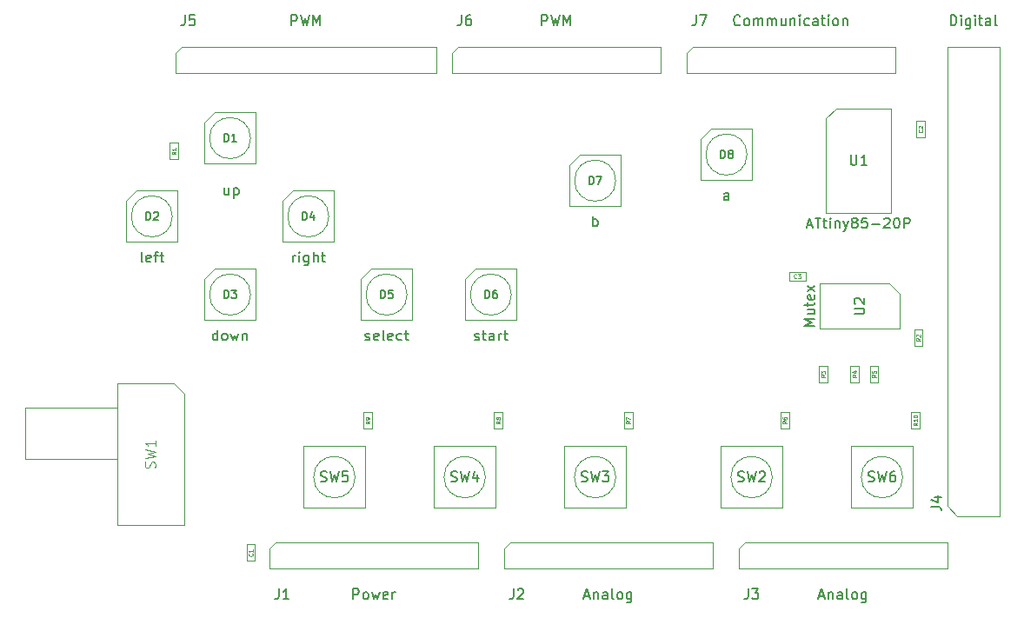
<source format=gbr>
%TF.GenerationSoftware,KiCad,Pcbnew,(6.0.7)*%
%TF.CreationDate,2022-10-30T16:08:44-04:00*%
%TF.ProjectId,dmgc-attiny-arduino-mega,646d6763-2d61-4747-9469-6e792d617264,rev?*%
%TF.SameCoordinates,Original*%
%TF.FileFunction,AssemblyDrawing,Top*%
%FSLAX46Y46*%
G04 Gerber Fmt 4.6, Leading zero omitted, Abs format (unit mm)*
G04 Created by KiCad (PCBNEW (6.0.7)) date 2022-10-30 16:08:44*
%MOMM*%
%LPD*%
G01*
G04 APERTURE LIST*
%ADD10C,0.150000*%
%ADD11C,0.060000*%
%ADD12C,0.100000*%
G04 APERTURE END LIST*
D10*
%TO.C,J4*%
X193059523Y-45842380D02*
X193059523Y-44842380D01*
X193297619Y-44842380D01*
X193440476Y-44890000D01*
X193535714Y-44985238D01*
X193583333Y-45080476D01*
X193630952Y-45270952D01*
X193630952Y-45413809D01*
X193583333Y-45604285D01*
X193535714Y-45699523D01*
X193440476Y-45794761D01*
X193297619Y-45842380D01*
X193059523Y-45842380D01*
X194059523Y-45842380D02*
X194059523Y-45175714D01*
X194059523Y-44842380D02*
X194011904Y-44890000D01*
X194059523Y-44937619D01*
X194107142Y-44890000D01*
X194059523Y-44842380D01*
X194059523Y-44937619D01*
X194964285Y-45175714D02*
X194964285Y-45985238D01*
X194916666Y-46080476D01*
X194869047Y-46128095D01*
X194773809Y-46175714D01*
X194630952Y-46175714D01*
X194535714Y-46128095D01*
X194964285Y-45794761D02*
X194869047Y-45842380D01*
X194678571Y-45842380D01*
X194583333Y-45794761D01*
X194535714Y-45747142D01*
X194488095Y-45651904D01*
X194488095Y-45366190D01*
X194535714Y-45270952D01*
X194583333Y-45223333D01*
X194678571Y-45175714D01*
X194869047Y-45175714D01*
X194964285Y-45223333D01*
X195440476Y-45842380D02*
X195440476Y-45175714D01*
X195440476Y-44842380D02*
X195392857Y-44890000D01*
X195440476Y-44937619D01*
X195488095Y-44890000D01*
X195440476Y-44842380D01*
X195440476Y-44937619D01*
X195773809Y-45175714D02*
X196154761Y-45175714D01*
X195916666Y-44842380D02*
X195916666Y-45699523D01*
X195964285Y-45794761D01*
X196059523Y-45842380D01*
X196154761Y-45842380D01*
X196916666Y-45842380D02*
X196916666Y-45318571D01*
X196869047Y-45223333D01*
X196773809Y-45175714D01*
X196583333Y-45175714D01*
X196488095Y-45223333D01*
X196916666Y-45794761D02*
X196821428Y-45842380D01*
X196583333Y-45842380D01*
X196488095Y-45794761D01*
X196440476Y-45699523D01*
X196440476Y-45604285D01*
X196488095Y-45509047D01*
X196583333Y-45461428D01*
X196821428Y-45461428D01*
X196916666Y-45413809D01*
X197535714Y-45842380D02*
X197440476Y-45794761D01*
X197392857Y-45699523D01*
X197392857Y-44842380D01*
X191146380Y-92713333D02*
X191860666Y-92713333D01*
X192003523Y-92760952D01*
X192098761Y-92856190D01*
X192146380Y-92999047D01*
X192146380Y-93094285D01*
X191479714Y-91808571D02*
X192146380Y-91808571D01*
X191098761Y-92046666D02*
X191813047Y-92284761D01*
X191813047Y-91665714D01*
%TO.C,J1*%
X134853809Y-101722380D02*
X134853809Y-100722380D01*
X135234761Y-100722380D01*
X135330000Y-100770000D01*
X135377619Y-100817619D01*
X135425238Y-100912857D01*
X135425238Y-101055714D01*
X135377619Y-101150952D01*
X135330000Y-101198571D01*
X135234761Y-101246190D01*
X134853809Y-101246190D01*
X135996666Y-101722380D02*
X135901428Y-101674761D01*
X135853809Y-101627142D01*
X135806190Y-101531904D01*
X135806190Y-101246190D01*
X135853809Y-101150952D01*
X135901428Y-101103333D01*
X135996666Y-101055714D01*
X136139523Y-101055714D01*
X136234761Y-101103333D01*
X136282380Y-101150952D01*
X136330000Y-101246190D01*
X136330000Y-101531904D01*
X136282380Y-101627142D01*
X136234761Y-101674761D01*
X136139523Y-101722380D01*
X135996666Y-101722380D01*
X136663333Y-101055714D02*
X136853809Y-101722380D01*
X137044285Y-101246190D01*
X137234761Y-101722380D01*
X137425238Y-101055714D01*
X138187142Y-101674761D02*
X138091904Y-101722380D01*
X137901428Y-101722380D01*
X137806190Y-101674761D01*
X137758571Y-101579523D01*
X137758571Y-101198571D01*
X137806190Y-101103333D01*
X137901428Y-101055714D01*
X138091904Y-101055714D01*
X138187142Y-101103333D01*
X138234761Y-101198571D01*
X138234761Y-101293809D01*
X137758571Y-101389047D01*
X138663333Y-101722380D02*
X138663333Y-101055714D01*
X138663333Y-101246190D02*
X138710952Y-101150952D01*
X138758571Y-101103333D01*
X138853809Y-101055714D01*
X138949047Y-101055714D01*
X127606666Y-100722380D02*
X127606666Y-101436666D01*
X127559047Y-101579523D01*
X127463809Y-101674761D01*
X127320952Y-101722380D01*
X127225714Y-101722380D01*
X128606666Y-101722380D02*
X128035238Y-101722380D01*
X128320952Y-101722380D02*
X128320952Y-100722380D01*
X128225714Y-100865238D01*
X128130476Y-100960476D01*
X128035238Y-101008095D01*
%TO.C,J2*%
X157380476Y-101436666D02*
X157856666Y-101436666D01*
X157285238Y-101722380D02*
X157618571Y-100722380D01*
X157951904Y-101722380D01*
X158285238Y-101055714D02*
X158285238Y-101722380D01*
X158285238Y-101150952D02*
X158332857Y-101103333D01*
X158428095Y-101055714D01*
X158570952Y-101055714D01*
X158666190Y-101103333D01*
X158713809Y-101198571D01*
X158713809Y-101722380D01*
X159618571Y-101722380D02*
X159618571Y-101198571D01*
X159570952Y-101103333D01*
X159475714Y-101055714D01*
X159285238Y-101055714D01*
X159190000Y-101103333D01*
X159618571Y-101674761D02*
X159523333Y-101722380D01*
X159285238Y-101722380D01*
X159190000Y-101674761D01*
X159142380Y-101579523D01*
X159142380Y-101484285D01*
X159190000Y-101389047D01*
X159285238Y-101341428D01*
X159523333Y-101341428D01*
X159618571Y-101293809D01*
X160237619Y-101722380D02*
X160142380Y-101674761D01*
X160094761Y-101579523D01*
X160094761Y-100722380D01*
X160761428Y-101722380D02*
X160666190Y-101674761D01*
X160618571Y-101627142D01*
X160570952Y-101531904D01*
X160570952Y-101246190D01*
X160618571Y-101150952D01*
X160666190Y-101103333D01*
X160761428Y-101055714D01*
X160904285Y-101055714D01*
X160999523Y-101103333D01*
X161047142Y-101150952D01*
X161094761Y-101246190D01*
X161094761Y-101531904D01*
X161047142Y-101627142D01*
X160999523Y-101674761D01*
X160904285Y-101722380D01*
X160761428Y-101722380D01*
X161951904Y-101055714D02*
X161951904Y-101865238D01*
X161904285Y-101960476D01*
X161856666Y-102008095D01*
X161761428Y-102055714D01*
X161618571Y-102055714D01*
X161523333Y-102008095D01*
X161951904Y-101674761D02*
X161856666Y-101722380D01*
X161666190Y-101722380D01*
X161570952Y-101674761D01*
X161523333Y-101627142D01*
X161475714Y-101531904D01*
X161475714Y-101246190D01*
X161523333Y-101150952D01*
X161570952Y-101103333D01*
X161666190Y-101055714D01*
X161856666Y-101055714D01*
X161951904Y-101103333D01*
X150466666Y-100722380D02*
X150466666Y-101436666D01*
X150419047Y-101579523D01*
X150323809Y-101674761D01*
X150180952Y-101722380D01*
X150085714Y-101722380D01*
X150895238Y-100817619D02*
X150942857Y-100770000D01*
X151038095Y-100722380D01*
X151276190Y-100722380D01*
X151371428Y-100770000D01*
X151419047Y-100817619D01*
X151466666Y-100912857D01*
X151466666Y-101008095D01*
X151419047Y-101150952D01*
X150847619Y-101722380D01*
X151466666Y-101722380D01*
%TO.C,J3*%
X180240476Y-101436666D02*
X180716666Y-101436666D01*
X180145238Y-101722380D02*
X180478571Y-100722380D01*
X180811904Y-101722380D01*
X181145238Y-101055714D02*
X181145238Y-101722380D01*
X181145238Y-101150952D02*
X181192857Y-101103333D01*
X181288095Y-101055714D01*
X181430952Y-101055714D01*
X181526190Y-101103333D01*
X181573809Y-101198571D01*
X181573809Y-101722380D01*
X182478571Y-101722380D02*
X182478571Y-101198571D01*
X182430952Y-101103333D01*
X182335714Y-101055714D01*
X182145238Y-101055714D01*
X182050000Y-101103333D01*
X182478571Y-101674761D02*
X182383333Y-101722380D01*
X182145238Y-101722380D01*
X182050000Y-101674761D01*
X182002380Y-101579523D01*
X182002380Y-101484285D01*
X182050000Y-101389047D01*
X182145238Y-101341428D01*
X182383333Y-101341428D01*
X182478571Y-101293809D01*
X183097619Y-101722380D02*
X183002380Y-101674761D01*
X182954761Y-101579523D01*
X182954761Y-100722380D01*
X183621428Y-101722380D02*
X183526190Y-101674761D01*
X183478571Y-101627142D01*
X183430952Y-101531904D01*
X183430952Y-101246190D01*
X183478571Y-101150952D01*
X183526190Y-101103333D01*
X183621428Y-101055714D01*
X183764285Y-101055714D01*
X183859523Y-101103333D01*
X183907142Y-101150952D01*
X183954761Y-101246190D01*
X183954761Y-101531904D01*
X183907142Y-101627142D01*
X183859523Y-101674761D01*
X183764285Y-101722380D01*
X183621428Y-101722380D01*
X184811904Y-101055714D02*
X184811904Y-101865238D01*
X184764285Y-101960476D01*
X184716666Y-102008095D01*
X184621428Y-102055714D01*
X184478571Y-102055714D01*
X184383333Y-102008095D01*
X184811904Y-101674761D02*
X184716666Y-101722380D01*
X184526190Y-101722380D01*
X184430952Y-101674761D01*
X184383333Y-101627142D01*
X184335714Y-101531904D01*
X184335714Y-101246190D01*
X184383333Y-101150952D01*
X184430952Y-101103333D01*
X184526190Y-101055714D01*
X184716666Y-101055714D01*
X184811904Y-101103333D01*
X173326666Y-100722380D02*
X173326666Y-101436666D01*
X173279047Y-101579523D01*
X173183809Y-101674761D01*
X173040952Y-101722380D01*
X172945714Y-101722380D01*
X173707619Y-100722380D02*
X174326666Y-100722380D01*
X173993333Y-101103333D01*
X174136190Y-101103333D01*
X174231428Y-101150952D01*
X174279047Y-101198571D01*
X174326666Y-101293809D01*
X174326666Y-101531904D01*
X174279047Y-101627142D01*
X174231428Y-101674761D01*
X174136190Y-101722380D01*
X173850476Y-101722380D01*
X173755238Y-101674761D01*
X173707619Y-101627142D01*
%TO.C,J5*%
X128821238Y-45842380D02*
X128821238Y-44842380D01*
X129202190Y-44842380D01*
X129297428Y-44890000D01*
X129345047Y-44937619D01*
X129392666Y-45032857D01*
X129392666Y-45175714D01*
X129345047Y-45270952D01*
X129297428Y-45318571D01*
X129202190Y-45366190D01*
X128821238Y-45366190D01*
X129726000Y-44842380D02*
X129964095Y-45842380D01*
X130154571Y-45128095D01*
X130345047Y-45842380D01*
X130583142Y-44842380D01*
X130964095Y-45842380D02*
X130964095Y-44842380D01*
X131297428Y-45556666D01*
X131630761Y-44842380D01*
X131630761Y-45842380D01*
X118462666Y-44842380D02*
X118462666Y-45556666D01*
X118415047Y-45699523D01*
X118319809Y-45794761D01*
X118176952Y-45842380D01*
X118081714Y-45842380D01*
X119415047Y-44842380D02*
X118938857Y-44842380D01*
X118891238Y-45318571D01*
X118938857Y-45270952D01*
X119034095Y-45223333D01*
X119272190Y-45223333D01*
X119367428Y-45270952D01*
X119415047Y-45318571D01*
X119462666Y-45413809D01*
X119462666Y-45651904D01*
X119415047Y-45747142D01*
X119367428Y-45794761D01*
X119272190Y-45842380D01*
X119034095Y-45842380D01*
X118938857Y-45794761D01*
X118891238Y-45747142D01*
%TO.C,J6*%
X153205238Y-45842380D02*
X153205238Y-44842380D01*
X153586190Y-44842380D01*
X153681428Y-44890000D01*
X153729047Y-44937619D01*
X153776666Y-45032857D01*
X153776666Y-45175714D01*
X153729047Y-45270952D01*
X153681428Y-45318571D01*
X153586190Y-45366190D01*
X153205238Y-45366190D01*
X154110000Y-44842380D02*
X154348095Y-45842380D01*
X154538571Y-45128095D01*
X154729047Y-45842380D01*
X154967142Y-44842380D01*
X155348095Y-45842380D02*
X155348095Y-44842380D01*
X155681428Y-45556666D01*
X156014761Y-44842380D01*
X156014761Y-45842380D01*
X145386666Y-44842380D02*
X145386666Y-45556666D01*
X145339047Y-45699523D01*
X145243809Y-45794761D01*
X145100952Y-45842380D01*
X145005714Y-45842380D01*
X146291428Y-44842380D02*
X146100952Y-44842380D01*
X146005714Y-44890000D01*
X145958095Y-44937619D01*
X145862857Y-45080476D01*
X145815238Y-45270952D01*
X145815238Y-45651904D01*
X145862857Y-45747142D01*
X145910476Y-45794761D01*
X146005714Y-45842380D01*
X146196190Y-45842380D01*
X146291428Y-45794761D01*
X146339047Y-45747142D01*
X146386666Y-45651904D01*
X146386666Y-45413809D01*
X146339047Y-45318571D01*
X146291428Y-45270952D01*
X146196190Y-45223333D01*
X146005714Y-45223333D01*
X145910476Y-45270952D01*
X145862857Y-45318571D01*
X145815238Y-45413809D01*
%TO.C,J7*%
X172541428Y-45747142D02*
X172493809Y-45794761D01*
X172350952Y-45842380D01*
X172255714Y-45842380D01*
X172112857Y-45794761D01*
X172017619Y-45699523D01*
X171970000Y-45604285D01*
X171922380Y-45413809D01*
X171922380Y-45270952D01*
X171970000Y-45080476D01*
X172017619Y-44985238D01*
X172112857Y-44890000D01*
X172255714Y-44842380D01*
X172350952Y-44842380D01*
X172493809Y-44890000D01*
X172541428Y-44937619D01*
X173112857Y-45842380D02*
X173017619Y-45794761D01*
X172970000Y-45747142D01*
X172922380Y-45651904D01*
X172922380Y-45366190D01*
X172970000Y-45270952D01*
X173017619Y-45223333D01*
X173112857Y-45175714D01*
X173255714Y-45175714D01*
X173350952Y-45223333D01*
X173398571Y-45270952D01*
X173446190Y-45366190D01*
X173446190Y-45651904D01*
X173398571Y-45747142D01*
X173350952Y-45794761D01*
X173255714Y-45842380D01*
X173112857Y-45842380D01*
X173874761Y-45842380D02*
X173874761Y-45175714D01*
X173874761Y-45270952D02*
X173922380Y-45223333D01*
X174017619Y-45175714D01*
X174160476Y-45175714D01*
X174255714Y-45223333D01*
X174303333Y-45318571D01*
X174303333Y-45842380D01*
X174303333Y-45318571D02*
X174350952Y-45223333D01*
X174446190Y-45175714D01*
X174589047Y-45175714D01*
X174684285Y-45223333D01*
X174731904Y-45318571D01*
X174731904Y-45842380D01*
X175208095Y-45842380D02*
X175208095Y-45175714D01*
X175208095Y-45270952D02*
X175255714Y-45223333D01*
X175350952Y-45175714D01*
X175493809Y-45175714D01*
X175589047Y-45223333D01*
X175636666Y-45318571D01*
X175636666Y-45842380D01*
X175636666Y-45318571D02*
X175684285Y-45223333D01*
X175779523Y-45175714D01*
X175922380Y-45175714D01*
X176017619Y-45223333D01*
X176065238Y-45318571D01*
X176065238Y-45842380D01*
X176970000Y-45175714D02*
X176970000Y-45842380D01*
X176541428Y-45175714D02*
X176541428Y-45699523D01*
X176589047Y-45794761D01*
X176684285Y-45842380D01*
X176827142Y-45842380D01*
X176922380Y-45794761D01*
X176970000Y-45747142D01*
X177446190Y-45175714D02*
X177446190Y-45842380D01*
X177446190Y-45270952D02*
X177493809Y-45223333D01*
X177589047Y-45175714D01*
X177731904Y-45175714D01*
X177827142Y-45223333D01*
X177874761Y-45318571D01*
X177874761Y-45842380D01*
X178350952Y-45842380D02*
X178350952Y-45175714D01*
X178350952Y-44842380D02*
X178303333Y-44890000D01*
X178350952Y-44937619D01*
X178398571Y-44890000D01*
X178350952Y-44842380D01*
X178350952Y-44937619D01*
X179255714Y-45794761D02*
X179160476Y-45842380D01*
X178970000Y-45842380D01*
X178874761Y-45794761D01*
X178827142Y-45747142D01*
X178779523Y-45651904D01*
X178779523Y-45366190D01*
X178827142Y-45270952D01*
X178874761Y-45223333D01*
X178970000Y-45175714D01*
X179160476Y-45175714D01*
X179255714Y-45223333D01*
X180112857Y-45842380D02*
X180112857Y-45318571D01*
X180065238Y-45223333D01*
X179970000Y-45175714D01*
X179779523Y-45175714D01*
X179684285Y-45223333D01*
X180112857Y-45794761D02*
X180017619Y-45842380D01*
X179779523Y-45842380D01*
X179684285Y-45794761D01*
X179636666Y-45699523D01*
X179636666Y-45604285D01*
X179684285Y-45509047D01*
X179779523Y-45461428D01*
X180017619Y-45461428D01*
X180112857Y-45413809D01*
X180446190Y-45175714D02*
X180827142Y-45175714D01*
X180589047Y-44842380D02*
X180589047Y-45699523D01*
X180636666Y-45794761D01*
X180731904Y-45842380D01*
X180827142Y-45842380D01*
X181160476Y-45842380D02*
X181160476Y-45175714D01*
X181160476Y-44842380D02*
X181112857Y-44890000D01*
X181160476Y-44937619D01*
X181208095Y-44890000D01*
X181160476Y-44842380D01*
X181160476Y-44937619D01*
X181779523Y-45842380D02*
X181684285Y-45794761D01*
X181636666Y-45747142D01*
X181589047Y-45651904D01*
X181589047Y-45366190D01*
X181636666Y-45270952D01*
X181684285Y-45223333D01*
X181779523Y-45175714D01*
X181922380Y-45175714D01*
X182017619Y-45223333D01*
X182065238Y-45270952D01*
X182112857Y-45366190D01*
X182112857Y-45651904D01*
X182065238Y-45747142D01*
X182017619Y-45794761D01*
X181922380Y-45842380D01*
X181779523Y-45842380D01*
X182541428Y-45175714D02*
X182541428Y-45842380D01*
X182541428Y-45270952D02*
X182589047Y-45223333D01*
X182684285Y-45175714D01*
X182827142Y-45175714D01*
X182922380Y-45223333D01*
X182970000Y-45318571D01*
X182970000Y-45842380D01*
X168246666Y-44842380D02*
X168246666Y-45556666D01*
X168199047Y-45699523D01*
X168103809Y-45794761D01*
X167960952Y-45842380D01*
X167865714Y-45842380D01*
X168627619Y-44842380D02*
X169294285Y-44842380D01*
X168865714Y-45842380D01*
D11*
%TO.C,R10*%
X189798944Y-84565483D02*
X189608468Y-84698817D01*
X189798944Y-84794055D02*
X189398944Y-84794055D01*
X189398944Y-84641674D01*
X189417992Y-84603579D01*
X189437039Y-84584531D01*
X189475134Y-84565483D01*
X189532277Y-84565483D01*
X189570372Y-84584531D01*
X189589420Y-84603579D01*
X189608468Y-84641674D01*
X189608468Y-84794055D01*
X189798944Y-84184531D02*
X189798944Y-84413102D01*
X189798944Y-84298817D02*
X189398944Y-84298817D01*
X189456087Y-84336912D01*
X189494182Y-84375007D01*
X189513230Y-84413102D01*
X189398944Y-83936912D02*
X189398944Y-83898817D01*
X189417992Y-83860721D01*
X189437039Y-83841674D01*
X189475134Y-83822626D01*
X189551325Y-83803579D01*
X189646563Y-83803579D01*
X189722753Y-83822626D01*
X189760849Y-83841674D01*
X189779896Y-83860721D01*
X189798944Y-83898817D01*
X189798944Y-83936912D01*
X189779896Y-83975007D01*
X189760849Y-83994055D01*
X189722753Y-84013102D01*
X189646563Y-84032150D01*
X189551325Y-84032150D01*
X189475134Y-84013102D01*
X189437039Y-83994055D01*
X189417992Y-83975007D01*
X189398944Y-83936912D01*
%TO.C,R2*%
X190096952Y-76317666D02*
X189906476Y-76451000D01*
X190096952Y-76546238D02*
X189696952Y-76546238D01*
X189696952Y-76393857D01*
X189716000Y-76355761D01*
X189735047Y-76336714D01*
X189773142Y-76317666D01*
X189830285Y-76317666D01*
X189868380Y-76336714D01*
X189887428Y-76355761D01*
X189906476Y-76393857D01*
X189906476Y-76546238D01*
X189735047Y-76165285D02*
X189716000Y-76146238D01*
X189696952Y-76108142D01*
X189696952Y-76012904D01*
X189716000Y-75974809D01*
X189735047Y-75955761D01*
X189773142Y-75936714D01*
X189811238Y-75936714D01*
X189868380Y-75955761D01*
X190096952Y-76184333D01*
X190096952Y-75936714D01*
%TO.C,R9*%
X136465120Y-84396774D02*
X136274644Y-84530108D01*
X136465120Y-84625346D02*
X136065120Y-84625346D01*
X136065120Y-84472965D01*
X136084168Y-84434869D01*
X136103215Y-84415822D01*
X136141310Y-84396774D01*
X136198453Y-84396774D01*
X136236548Y-84415822D01*
X136255596Y-84434869D01*
X136274644Y-84472965D01*
X136274644Y-84625346D01*
X136465120Y-84206298D02*
X136465120Y-84130108D01*
X136446072Y-84092012D01*
X136427025Y-84072965D01*
X136369882Y-84034869D01*
X136293691Y-84015822D01*
X136141310Y-84015822D01*
X136103215Y-84034869D01*
X136084168Y-84053917D01*
X136065120Y-84092012D01*
X136065120Y-84168203D01*
X136084168Y-84206298D01*
X136103215Y-84225346D01*
X136141310Y-84244393D01*
X136236548Y-84244393D01*
X136274644Y-84225346D01*
X136293691Y-84206298D01*
X136312739Y-84168203D01*
X136312739Y-84092012D01*
X136293691Y-84053917D01*
X136274644Y-84034869D01*
X136236548Y-84015822D01*
D10*
%TO.C,SW4*%
X144386666Y-90244761D02*
X144529523Y-90292380D01*
X144767619Y-90292380D01*
X144862857Y-90244761D01*
X144910476Y-90197142D01*
X144958095Y-90101904D01*
X144958095Y-90006666D01*
X144910476Y-89911428D01*
X144862857Y-89863809D01*
X144767619Y-89816190D01*
X144577142Y-89768571D01*
X144481904Y-89720952D01*
X144434285Y-89673333D01*
X144386666Y-89578095D01*
X144386666Y-89482857D01*
X144434285Y-89387619D01*
X144481904Y-89340000D01*
X144577142Y-89292380D01*
X144815238Y-89292380D01*
X144958095Y-89340000D01*
X145291428Y-89292380D02*
X145529523Y-90292380D01*
X145720000Y-89578095D01*
X145910476Y-90292380D01*
X146148571Y-89292380D01*
X146958095Y-89625714D02*
X146958095Y-90292380D01*
X146720000Y-89244761D02*
X146481904Y-89959047D01*
X147100952Y-89959047D01*
%TO.C,SW5*%
X131686666Y-90244761D02*
X131829523Y-90292380D01*
X132067619Y-90292380D01*
X132162857Y-90244761D01*
X132210476Y-90197142D01*
X132258095Y-90101904D01*
X132258095Y-90006666D01*
X132210476Y-89911428D01*
X132162857Y-89863809D01*
X132067619Y-89816190D01*
X131877142Y-89768571D01*
X131781904Y-89720952D01*
X131734285Y-89673333D01*
X131686666Y-89578095D01*
X131686666Y-89482857D01*
X131734285Y-89387619D01*
X131781904Y-89340000D01*
X131877142Y-89292380D01*
X132115238Y-89292380D01*
X132258095Y-89340000D01*
X132591428Y-89292380D02*
X132829523Y-90292380D01*
X133020000Y-89578095D01*
X133210476Y-90292380D01*
X133448571Y-89292380D01*
X134305714Y-89292380D02*
X133829523Y-89292380D01*
X133781904Y-89768571D01*
X133829523Y-89720952D01*
X133924761Y-89673333D01*
X134162857Y-89673333D01*
X134258095Y-89720952D01*
X134305714Y-89768571D01*
X134353333Y-89863809D01*
X134353333Y-90101904D01*
X134305714Y-90197142D01*
X134258095Y-90244761D01*
X134162857Y-90292380D01*
X133924761Y-90292380D01*
X133829523Y-90244761D01*
X133781904Y-90197142D01*
D11*
%TO.C,R8*%
X149173384Y-84389790D02*
X148982908Y-84523124D01*
X149173384Y-84618362D02*
X148773384Y-84618362D01*
X148773384Y-84465981D01*
X148792432Y-84427885D01*
X148811479Y-84408838D01*
X148849574Y-84389790D01*
X148906717Y-84389790D01*
X148944812Y-84408838D01*
X148963860Y-84427885D01*
X148982908Y-84465981D01*
X148982908Y-84618362D01*
X148944812Y-84161219D02*
X148925765Y-84199314D01*
X148906717Y-84218362D01*
X148868622Y-84237409D01*
X148849574Y-84237409D01*
X148811479Y-84218362D01*
X148792432Y-84199314D01*
X148773384Y-84161219D01*
X148773384Y-84085028D01*
X148792432Y-84046933D01*
X148811479Y-84027885D01*
X148849574Y-84008838D01*
X148868622Y-84008838D01*
X148906717Y-84027885D01*
X148925765Y-84046933D01*
X148944812Y-84085028D01*
X148944812Y-84161219D01*
X148963860Y-84199314D01*
X148982908Y-84218362D01*
X149021003Y-84237409D01*
X149097193Y-84237409D01*
X149135289Y-84218362D01*
X149154336Y-84199314D01*
X149173384Y-84161219D01*
X149173384Y-84085028D01*
X149154336Y-84046933D01*
X149135289Y-84027885D01*
X149097193Y-84008838D01*
X149021003Y-84008838D01*
X148982908Y-84027885D01*
X148963860Y-84046933D01*
X148944812Y-84085028D01*
%TO.C,R7*%
X161843000Y-84375007D02*
X161652524Y-84508341D01*
X161843000Y-84603579D02*
X161443000Y-84603579D01*
X161443000Y-84451198D01*
X161462048Y-84413102D01*
X161481095Y-84394055D01*
X161519190Y-84375007D01*
X161576333Y-84375007D01*
X161614428Y-84394055D01*
X161633476Y-84413102D01*
X161652524Y-84451198D01*
X161652524Y-84603579D01*
X161443000Y-84241674D02*
X161443000Y-83975007D01*
X161843000Y-84146436D01*
D10*
%TO.C,D2*%
X114359047Y-68892380D02*
X114263809Y-68844761D01*
X114216190Y-68749523D01*
X114216190Y-67892380D01*
X115120952Y-68844761D02*
X115025714Y-68892380D01*
X114835238Y-68892380D01*
X114740000Y-68844761D01*
X114692380Y-68749523D01*
X114692380Y-68368571D01*
X114740000Y-68273333D01*
X114835238Y-68225714D01*
X115025714Y-68225714D01*
X115120952Y-68273333D01*
X115168571Y-68368571D01*
X115168571Y-68463809D01*
X114692380Y-68559047D01*
X115454285Y-68225714D02*
X115835238Y-68225714D01*
X115597142Y-68892380D02*
X115597142Y-68035238D01*
X115644761Y-67940000D01*
X115740000Y-67892380D01*
X115835238Y-67892380D01*
X116025714Y-68225714D02*
X116406666Y-68225714D01*
X116168571Y-67892380D02*
X116168571Y-68749523D01*
X116216190Y-68844761D01*
X116311428Y-68892380D01*
X116406666Y-68892380D01*
X114649523Y-64801904D02*
X114649523Y-64001904D01*
X114840000Y-64001904D01*
X114954285Y-64040000D01*
X115030476Y-64116190D01*
X115068571Y-64192380D01*
X115106666Y-64344761D01*
X115106666Y-64459047D01*
X115068571Y-64611428D01*
X115030476Y-64687619D01*
X114954285Y-64763809D01*
X114840000Y-64801904D01*
X114649523Y-64801904D01*
X115411428Y-64078095D02*
X115449523Y-64040000D01*
X115525714Y-64001904D01*
X115716190Y-64001904D01*
X115792380Y-64040000D01*
X115830476Y-64078095D01*
X115868571Y-64154285D01*
X115868571Y-64230476D01*
X115830476Y-64344761D01*
X115373333Y-64801904D01*
X115868571Y-64801904D01*
D11*
%TO.C,C1*%
X125034857Y-97272666D02*
X125053904Y-97291714D01*
X125072952Y-97348857D01*
X125072952Y-97386952D01*
X125053904Y-97444095D01*
X125015809Y-97482190D01*
X124977714Y-97501238D01*
X124901523Y-97520285D01*
X124844380Y-97520285D01*
X124768190Y-97501238D01*
X124730095Y-97482190D01*
X124692000Y-97444095D01*
X124672952Y-97386952D01*
X124672952Y-97348857D01*
X124692000Y-97291714D01*
X124711047Y-97272666D01*
X125072952Y-96891714D02*
X125072952Y-97120285D01*
X125072952Y-97006000D02*
X124672952Y-97006000D01*
X124730095Y-97044095D01*
X124768190Y-97082190D01*
X124787238Y-97120285D01*
D10*
%TO.C,U2*%
X179803380Y-75107761D02*
X178803380Y-75107761D01*
X179517666Y-74774428D01*
X178803380Y-74441095D01*
X179803380Y-74441095D01*
X179136714Y-73536333D02*
X179803380Y-73536333D01*
X179136714Y-73964904D02*
X179660523Y-73964904D01*
X179755761Y-73917285D01*
X179803380Y-73822047D01*
X179803380Y-73679190D01*
X179755761Y-73583952D01*
X179708142Y-73536333D01*
X179136714Y-73203000D02*
X179136714Y-72822047D01*
X178803380Y-73060142D02*
X179660523Y-73060142D01*
X179755761Y-73012523D01*
X179803380Y-72917285D01*
X179803380Y-72822047D01*
X179755761Y-72107761D02*
X179803380Y-72203000D01*
X179803380Y-72393476D01*
X179755761Y-72488714D01*
X179660523Y-72536333D01*
X179279571Y-72536333D01*
X179184333Y-72488714D01*
X179136714Y-72393476D01*
X179136714Y-72203000D01*
X179184333Y-72107761D01*
X179279571Y-72060142D01*
X179374809Y-72060142D01*
X179470047Y-72536333D01*
X179803380Y-71726809D02*
X179136714Y-71203000D01*
X179136714Y-71726809D02*
X179803380Y-71203000D01*
X183653380Y-73964904D02*
X184462904Y-73964904D01*
X184558142Y-73917285D01*
X184605761Y-73869666D01*
X184653380Y-73774428D01*
X184653380Y-73583952D01*
X184605761Y-73488714D01*
X184558142Y-73441095D01*
X184462904Y-73393476D01*
X183653380Y-73393476D01*
X183748619Y-72964904D02*
X183701000Y-72917285D01*
X183653380Y-72822047D01*
X183653380Y-72583952D01*
X183701000Y-72488714D01*
X183748619Y-72441095D01*
X183843857Y-72393476D01*
X183939095Y-72393476D01*
X184081952Y-72441095D01*
X184653380Y-73012523D01*
X184653380Y-72393476D01*
D11*
%TO.C,R6*%
X177084977Y-84375007D02*
X176894501Y-84508341D01*
X177084977Y-84603579D02*
X176684977Y-84603579D01*
X176684977Y-84451198D01*
X176704025Y-84413102D01*
X176723072Y-84394055D01*
X176761167Y-84375007D01*
X176818310Y-84375007D01*
X176856405Y-84394055D01*
X176875453Y-84413102D01*
X176894501Y-84451198D01*
X176894501Y-84603579D01*
X176684977Y-84032150D02*
X176684977Y-84108341D01*
X176704025Y-84146436D01*
X176723072Y-84165483D01*
X176780215Y-84203579D01*
X176856405Y-84222626D01*
X177008786Y-84222626D01*
X177046882Y-84203579D01*
X177065929Y-84184531D01*
X177084977Y-84146436D01*
X177084977Y-84070245D01*
X177065929Y-84032150D01*
X177046882Y-84013102D01*
X177008786Y-83994055D01*
X176913548Y-83994055D01*
X176875453Y-84013102D01*
X176856405Y-84032150D01*
X176837358Y-84070245D01*
X176837358Y-84146436D01*
X176856405Y-84184531D01*
X176875453Y-84203579D01*
X176913548Y-84222626D01*
D10*
%TO.C,D7*%
X158205714Y-65412380D02*
X158205714Y-64412380D01*
X158205714Y-64793333D02*
X158300952Y-64745714D01*
X158491428Y-64745714D01*
X158586666Y-64793333D01*
X158634285Y-64840952D01*
X158681904Y-64936190D01*
X158681904Y-65221904D01*
X158634285Y-65317142D01*
X158586666Y-65364761D01*
X158491428Y-65412380D01*
X158300952Y-65412380D01*
X158205714Y-65364761D01*
X157829523Y-61321904D02*
X157829523Y-60521904D01*
X158020000Y-60521904D01*
X158134285Y-60560000D01*
X158210476Y-60636190D01*
X158248571Y-60712380D01*
X158286666Y-60864761D01*
X158286666Y-60979047D01*
X158248571Y-61131428D01*
X158210476Y-61207619D01*
X158134285Y-61283809D01*
X158020000Y-61321904D01*
X157829523Y-61321904D01*
X158553333Y-60521904D02*
X159086666Y-60521904D01*
X158743809Y-61321904D01*
%TO.C,D6*%
X146712380Y-76464761D02*
X146807619Y-76512380D01*
X146998095Y-76512380D01*
X147093333Y-76464761D01*
X147140952Y-76369523D01*
X147140952Y-76321904D01*
X147093333Y-76226666D01*
X146998095Y-76179047D01*
X146855238Y-76179047D01*
X146760000Y-76131428D01*
X146712380Y-76036190D01*
X146712380Y-75988571D01*
X146760000Y-75893333D01*
X146855238Y-75845714D01*
X146998095Y-75845714D01*
X147093333Y-75893333D01*
X147426666Y-75845714D02*
X147807619Y-75845714D01*
X147569523Y-75512380D02*
X147569523Y-76369523D01*
X147617142Y-76464761D01*
X147712380Y-76512380D01*
X147807619Y-76512380D01*
X148569523Y-76512380D02*
X148569523Y-75988571D01*
X148521904Y-75893333D01*
X148426666Y-75845714D01*
X148236190Y-75845714D01*
X148140952Y-75893333D01*
X148569523Y-76464761D02*
X148474285Y-76512380D01*
X148236190Y-76512380D01*
X148140952Y-76464761D01*
X148093333Y-76369523D01*
X148093333Y-76274285D01*
X148140952Y-76179047D01*
X148236190Y-76131428D01*
X148474285Y-76131428D01*
X148569523Y-76083809D01*
X149045714Y-76512380D02*
X149045714Y-75845714D01*
X149045714Y-76036190D02*
X149093333Y-75940952D01*
X149140952Y-75893333D01*
X149236190Y-75845714D01*
X149331428Y-75845714D01*
X149521904Y-75845714D02*
X149902857Y-75845714D01*
X149664761Y-75512380D02*
X149664761Y-76369523D01*
X149712380Y-76464761D01*
X149807619Y-76512380D01*
X149902857Y-76512380D01*
X147669523Y-72421904D02*
X147669523Y-71621904D01*
X147860000Y-71621904D01*
X147974285Y-71660000D01*
X148050476Y-71736190D01*
X148088571Y-71812380D01*
X148126666Y-71964761D01*
X148126666Y-72079047D01*
X148088571Y-72231428D01*
X148050476Y-72307619D01*
X147974285Y-72383809D01*
X147860000Y-72421904D01*
X147669523Y-72421904D01*
X148812380Y-71621904D02*
X148660000Y-71621904D01*
X148583809Y-71660000D01*
X148545714Y-71698095D01*
X148469523Y-71812380D01*
X148431428Y-71964761D01*
X148431428Y-72269523D01*
X148469523Y-72345714D01*
X148507619Y-72383809D01*
X148583809Y-72421904D01*
X148736190Y-72421904D01*
X148812380Y-72383809D01*
X148850476Y-72345714D01*
X148888571Y-72269523D01*
X148888571Y-72079047D01*
X148850476Y-72002857D01*
X148812380Y-71964761D01*
X148736190Y-71926666D01*
X148583809Y-71926666D01*
X148507619Y-71964761D01*
X148469523Y-72002857D01*
X148431428Y-72079047D01*
%TO.C,SW2*%
X172326666Y-90244761D02*
X172469523Y-90292380D01*
X172707619Y-90292380D01*
X172802857Y-90244761D01*
X172850476Y-90197142D01*
X172898095Y-90101904D01*
X172898095Y-90006666D01*
X172850476Y-89911428D01*
X172802857Y-89863809D01*
X172707619Y-89816190D01*
X172517142Y-89768571D01*
X172421904Y-89720952D01*
X172374285Y-89673333D01*
X172326666Y-89578095D01*
X172326666Y-89482857D01*
X172374285Y-89387619D01*
X172421904Y-89340000D01*
X172517142Y-89292380D01*
X172755238Y-89292380D01*
X172898095Y-89340000D01*
X173231428Y-89292380D02*
X173469523Y-90292380D01*
X173660000Y-89578095D01*
X173850476Y-90292380D01*
X174088571Y-89292380D01*
X174421904Y-89387619D02*
X174469523Y-89340000D01*
X174564761Y-89292380D01*
X174802857Y-89292380D01*
X174898095Y-89340000D01*
X174945714Y-89387619D01*
X174993333Y-89482857D01*
X174993333Y-89578095D01*
X174945714Y-89720952D01*
X174374285Y-90292380D01*
X174993333Y-90292380D01*
%TO.C,SW6*%
X185026666Y-90244761D02*
X185169523Y-90292380D01*
X185407619Y-90292380D01*
X185502857Y-90244761D01*
X185550476Y-90197142D01*
X185598095Y-90101904D01*
X185598095Y-90006666D01*
X185550476Y-89911428D01*
X185502857Y-89863809D01*
X185407619Y-89816190D01*
X185217142Y-89768571D01*
X185121904Y-89720952D01*
X185074285Y-89673333D01*
X185026666Y-89578095D01*
X185026666Y-89482857D01*
X185074285Y-89387619D01*
X185121904Y-89340000D01*
X185217142Y-89292380D01*
X185455238Y-89292380D01*
X185598095Y-89340000D01*
X185931428Y-89292380D02*
X186169523Y-90292380D01*
X186360000Y-89578095D01*
X186550476Y-90292380D01*
X186788571Y-89292380D01*
X187598095Y-89292380D02*
X187407619Y-89292380D01*
X187312380Y-89340000D01*
X187264761Y-89387619D01*
X187169523Y-89530476D01*
X187121904Y-89720952D01*
X187121904Y-90101904D01*
X187169523Y-90197142D01*
X187217142Y-90244761D01*
X187312380Y-90292380D01*
X187502857Y-90292380D01*
X187598095Y-90244761D01*
X187645714Y-90197142D01*
X187693333Y-90101904D01*
X187693333Y-89863809D01*
X187645714Y-89768571D01*
X187598095Y-89720952D01*
X187502857Y-89673333D01*
X187312380Y-89673333D01*
X187217142Y-89720952D01*
X187169523Y-89768571D01*
X187121904Y-89863809D01*
%TO.C,D3*%
X121645714Y-76512380D02*
X121645714Y-75512380D01*
X121645714Y-76464761D02*
X121550476Y-76512380D01*
X121360000Y-76512380D01*
X121264761Y-76464761D01*
X121217142Y-76417142D01*
X121169523Y-76321904D01*
X121169523Y-76036190D01*
X121217142Y-75940952D01*
X121264761Y-75893333D01*
X121360000Y-75845714D01*
X121550476Y-75845714D01*
X121645714Y-75893333D01*
X122264761Y-76512380D02*
X122169523Y-76464761D01*
X122121904Y-76417142D01*
X122074285Y-76321904D01*
X122074285Y-76036190D01*
X122121904Y-75940952D01*
X122169523Y-75893333D01*
X122264761Y-75845714D01*
X122407619Y-75845714D01*
X122502857Y-75893333D01*
X122550476Y-75940952D01*
X122598095Y-76036190D01*
X122598095Y-76321904D01*
X122550476Y-76417142D01*
X122502857Y-76464761D01*
X122407619Y-76512380D01*
X122264761Y-76512380D01*
X122931428Y-75845714D02*
X123121904Y-76512380D01*
X123312380Y-76036190D01*
X123502857Y-76512380D01*
X123693333Y-75845714D01*
X124074285Y-75845714D02*
X124074285Y-76512380D01*
X124074285Y-75940952D02*
X124121904Y-75893333D01*
X124217142Y-75845714D01*
X124360000Y-75845714D01*
X124455238Y-75893333D01*
X124502857Y-75988571D01*
X124502857Y-76512380D01*
X122269523Y-72421904D02*
X122269523Y-71621904D01*
X122460000Y-71621904D01*
X122574285Y-71660000D01*
X122650476Y-71736190D01*
X122688571Y-71812380D01*
X122726666Y-71964761D01*
X122726666Y-72079047D01*
X122688571Y-72231428D01*
X122650476Y-72307619D01*
X122574285Y-72383809D01*
X122460000Y-72421904D01*
X122269523Y-72421904D01*
X122993333Y-71621904D02*
X123488571Y-71621904D01*
X123221904Y-71926666D01*
X123336190Y-71926666D01*
X123412380Y-71964761D01*
X123450476Y-72002857D01*
X123488571Y-72079047D01*
X123488571Y-72269523D01*
X123450476Y-72345714D01*
X123412380Y-72383809D01*
X123336190Y-72421904D01*
X123107619Y-72421904D01*
X123031428Y-72383809D01*
X122993333Y-72345714D01*
D12*
%TO.C,SW1*%
X115536261Y-88929833D02*
X115583880Y-88786976D01*
X115583880Y-88548880D01*
X115536261Y-88453642D01*
X115488642Y-88406023D01*
X115393404Y-88358404D01*
X115298166Y-88358404D01*
X115202928Y-88406023D01*
X115155309Y-88453642D01*
X115107690Y-88548880D01*
X115060071Y-88739357D01*
X115012452Y-88834595D01*
X114964833Y-88882214D01*
X114869595Y-88929833D01*
X114774357Y-88929833D01*
X114679119Y-88882214D01*
X114631500Y-88834595D01*
X114583880Y-88739357D01*
X114583880Y-88501261D01*
X114631500Y-88358404D01*
X114583880Y-88025071D02*
X115583880Y-87786976D01*
X114869595Y-87596500D01*
X115583880Y-87406023D01*
X114583880Y-87167928D01*
X115583880Y-86263166D02*
X115583880Y-86834595D01*
X115583880Y-86548880D02*
X114583880Y-86548880D01*
X114726738Y-86644119D01*
X114821976Y-86739357D01*
X114869595Y-86834595D01*
D11*
%TO.C,R4*%
X183873952Y-79873666D02*
X183683476Y-80007000D01*
X183873952Y-80102238D02*
X183473952Y-80102238D01*
X183473952Y-79949857D01*
X183493000Y-79911761D01*
X183512047Y-79892714D01*
X183550142Y-79873666D01*
X183607285Y-79873666D01*
X183645380Y-79892714D01*
X183664428Y-79911761D01*
X183683476Y-79949857D01*
X183683476Y-80102238D01*
X183607285Y-79530809D02*
X183873952Y-79530809D01*
X183454904Y-79626047D02*
X183740619Y-79721285D01*
X183740619Y-79473666D01*
D10*
%TO.C,D5*%
X136052380Y-76464761D02*
X136147619Y-76512380D01*
X136338095Y-76512380D01*
X136433333Y-76464761D01*
X136480952Y-76369523D01*
X136480952Y-76321904D01*
X136433333Y-76226666D01*
X136338095Y-76179047D01*
X136195238Y-76179047D01*
X136100000Y-76131428D01*
X136052380Y-76036190D01*
X136052380Y-75988571D01*
X136100000Y-75893333D01*
X136195238Y-75845714D01*
X136338095Y-75845714D01*
X136433333Y-75893333D01*
X137290476Y-76464761D02*
X137195238Y-76512380D01*
X137004761Y-76512380D01*
X136909523Y-76464761D01*
X136861904Y-76369523D01*
X136861904Y-75988571D01*
X136909523Y-75893333D01*
X137004761Y-75845714D01*
X137195238Y-75845714D01*
X137290476Y-75893333D01*
X137338095Y-75988571D01*
X137338095Y-76083809D01*
X136861904Y-76179047D01*
X137909523Y-76512380D02*
X137814285Y-76464761D01*
X137766666Y-76369523D01*
X137766666Y-75512380D01*
X138671428Y-76464761D02*
X138576190Y-76512380D01*
X138385714Y-76512380D01*
X138290476Y-76464761D01*
X138242857Y-76369523D01*
X138242857Y-75988571D01*
X138290476Y-75893333D01*
X138385714Y-75845714D01*
X138576190Y-75845714D01*
X138671428Y-75893333D01*
X138719047Y-75988571D01*
X138719047Y-76083809D01*
X138242857Y-76179047D01*
X139576190Y-76464761D02*
X139480952Y-76512380D01*
X139290476Y-76512380D01*
X139195238Y-76464761D01*
X139147619Y-76417142D01*
X139100000Y-76321904D01*
X139100000Y-76036190D01*
X139147619Y-75940952D01*
X139195238Y-75893333D01*
X139290476Y-75845714D01*
X139480952Y-75845714D01*
X139576190Y-75893333D01*
X139861904Y-75845714D02*
X140242857Y-75845714D01*
X140004761Y-75512380D02*
X140004761Y-76369523D01*
X140052380Y-76464761D01*
X140147619Y-76512380D01*
X140242857Y-76512380D01*
X137509523Y-72421904D02*
X137509523Y-71621904D01*
X137700000Y-71621904D01*
X137814285Y-71660000D01*
X137890476Y-71736190D01*
X137928571Y-71812380D01*
X137966666Y-71964761D01*
X137966666Y-72079047D01*
X137928571Y-72231428D01*
X137890476Y-72307619D01*
X137814285Y-72383809D01*
X137700000Y-72421904D01*
X137509523Y-72421904D01*
X138690476Y-71621904D02*
X138309523Y-71621904D01*
X138271428Y-72002857D01*
X138309523Y-71964761D01*
X138385714Y-71926666D01*
X138576190Y-71926666D01*
X138652380Y-71964761D01*
X138690476Y-72002857D01*
X138728571Y-72079047D01*
X138728571Y-72269523D01*
X138690476Y-72345714D01*
X138652380Y-72383809D01*
X138576190Y-72421904D01*
X138385714Y-72421904D01*
X138309523Y-72383809D01*
X138271428Y-72345714D01*
D11*
%TO.C,C3*%
X178038333Y-70424857D02*
X178019285Y-70443904D01*
X177962142Y-70462952D01*
X177924047Y-70462952D01*
X177866904Y-70443904D01*
X177828809Y-70405809D01*
X177809761Y-70367714D01*
X177790714Y-70291523D01*
X177790714Y-70234380D01*
X177809761Y-70158190D01*
X177828809Y-70120095D01*
X177866904Y-70082000D01*
X177924047Y-70062952D01*
X177962142Y-70062952D01*
X178019285Y-70082000D01*
X178038333Y-70101047D01*
X178171666Y-70062952D02*
X178419285Y-70062952D01*
X178285952Y-70215333D01*
X178343095Y-70215333D01*
X178381190Y-70234380D01*
X178400238Y-70253428D01*
X178419285Y-70291523D01*
X178419285Y-70386761D01*
X178400238Y-70424857D01*
X178381190Y-70443904D01*
X178343095Y-70462952D01*
X178228809Y-70462952D01*
X178190714Y-70443904D01*
X178171666Y-70424857D01*
%TO.C,R3*%
X180825952Y-79873666D02*
X180635476Y-80007000D01*
X180825952Y-80102238D02*
X180425952Y-80102238D01*
X180425952Y-79949857D01*
X180445000Y-79911761D01*
X180464047Y-79892714D01*
X180502142Y-79873666D01*
X180559285Y-79873666D01*
X180597380Y-79892714D01*
X180616428Y-79911761D01*
X180635476Y-79949857D01*
X180635476Y-80102238D01*
X180425952Y-79740333D02*
X180425952Y-79492714D01*
X180578333Y-79626047D01*
X180578333Y-79568904D01*
X180597380Y-79530809D01*
X180616428Y-79511761D01*
X180654523Y-79492714D01*
X180749761Y-79492714D01*
X180787857Y-79511761D01*
X180806904Y-79530809D01*
X180825952Y-79568904D01*
X180825952Y-79683190D01*
X180806904Y-79721285D01*
X180787857Y-79740333D01*
%TO.C,R5*%
X185778952Y-79873666D02*
X185588476Y-80007000D01*
X185778952Y-80102238D02*
X185378952Y-80102238D01*
X185378952Y-79949857D01*
X185398000Y-79911761D01*
X185417047Y-79892714D01*
X185455142Y-79873666D01*
X185512285Y-79873666D01*
X185550380Y-79892714D01*
X185569428Y-79911761D01*
X185588476Y-79949857D01*
X185588476Y-80102238D01*
X185378952Y-79511761D02*
X185378952Y-79702238D01*
X185569428Y-79721285D01*
X185550380Y-79702238D01*
X185531333Y-79664142D01*
X185531333Y-79568904D01*
X185550380Y-79530809D01*
X185569428Y-79511761D01*
X185607523Y-79492714D01*
X185702761Y-79492714D01*
X185740857Y-79511761D01*
X185759904Y-79530809D01*
X185778952Y-79568904D01*
X185778952Y-79664142D01*
X185759904Y-79702238D01*
X185740857Y-79721285D01*
D10*
%TO.C,SW3*%
X157086666Y-90244761D02*
X157229523Y-90292380D01*
X157467619Y-90292380D01*
X157562857Y-90244761D01*
X157610476Y-90197142D01*
X157658095Y-90101904D01*
X157658095Y-90006666D01*
X157610476Y-89911428D01*
X157562857Y-89863809D01*
X157467619Y-89816190D01*
X157277142Y-89768571D01*
X157181904Y-89720952D01*
X157134285Y-89673333D01*
X157086666Y-89578095D01*
X157086666Y-89482857D01*
X157134285Y-89387619D01*
X157181904Y-89340000D01*
X157277142Y-89292380D01*
X157515238Y-89292380D01*
X157658095Y-89340000D01*
X157991428Y-89292380D02*
X158229523Y-90292380D01*
X158420000Y-89578095D01*
X158610476Y-90292380D01*
X158848571Y-89292380D01*
X159134285Y-89292380D02*
X159753333Y-89292380D01*
X159420000Y-89673333D01*
X159562857Y-89673333D01*
X159658095Y-89720952D01*
X159705714Y-89768571D01*
X159753333Y-89863809D01*
X159753333Y-90101904D01*
X159705714Y-90197142D01*
X159658095Y-90244761D01*
X159562857Y-90292380D01*
X159277142Y-90292380D01*
X159181904Y-90244761D01*
X159134285Y-90197142D01*
%TO.C,D4*%
X128980000Y-68892380D02*
X128980000Y-68225714D01*
X128980000Y-68416190D02*
X129027619Y-68320952D01*
X129075238Y-68273333D01*
X129170476Y-68225714D01*
X129265714Y-68225714D01*
X129599047Y-68892380D02*
X129599047Y-68225714D01*
X129599047Y-67892380D02*
X129551428Y-67940000D01*
X129599047Y-67987619D01*
X129646666Y-67940000D01*
X129599047Y-67892380D01*
X129599047Y-67987619D01*
X130503809Y-68225714D02*
X130503809Y-69035238D01*
X130456190Y-69130476D01*
X130408571Y-69178095D01*
X130313333Y-69225714D01*
X130170476Y-69225714D01*
X130075238Y-69178095D01*
X130503809Y-68844761D02*
X130408571Y-68892380D01*
X130218095Y-68892380D01*
X130122857Y-68844761D01*
X130075238Y-68797142D01*
X130027619Y-68701904D01*
X130027619Y-68416190D01*
X130075238Y-68320952D01*
X130122857Y-68273333D01*
X130218095Y-68225714D01*
X130408571Y-68225714D01*
X130503809Y-68273333D01*
X130980000Y-68892380D02*
X130980000Y-67892380D01*
X131408571Y-68892380D02*
X131408571Y-68368571D01*
X131360952Y-68273333D01*
X131265714Y-68225714D01*
X131122857Y-68225714D01*
X131027619Y-68273333D01*
X130980000Y-68320952D01*
X131741904Y-68225714D02*
X132122857Y-68225714D01*
X131884761Y-67892380D02*
X131884761Y-68749523D01*
X131932380Y-68844761D01*
X132027619Y-68892380D01*
X132122857Y-68892380D01*
X129889523Y-64801904D02*
X129889523Y-64001904D01*
X130080000Y-64001904D01*
X130194285Y-64040000D01*
X130270476Y-64116190D01*
X130308571Y-64192380D01*
X130346666Y-64344761D01*
X130346666Y-64459047D01*
X130308571Y-64611428D01*
X130270476Y-64687619D01*
X130194285Y-64763809D01*
X130080000Y-64801904D01*
X129889523Y-64801904D01*
X131032380Y-64268571D02*
X131032380Y-64801904D01*
X130841904Y-63963809D02*
X130651428Y-64535238D01*
X131146666Y-64535238D01*
D11*
%TO.C,C2*%
X190268505Y-56000343D02*
X190287552Y-56019391D01*
X190306600Y-56076534D01*
X190306600Y-56114629D01*
X190287552Y-56171772D01*
X190249457Y-56209867D01*
X190211362Y-56228915D01*
X190135171Y-56247962D01*
X190078028Y-56247962D01*
X190001838Y-56228915D01*
X189963743Y-56209867D01*
X189925648Y-56171772D01*
X189906600Y-56114629D01*
X189906600Y-56076534D01*
X189925648Y-56019391D01*
X189944695Y-56000343D01*
X189944695Y-55847962D02*
X189925648Y-55828915D01*
X189906600Y-55790819D01*
X189906600Y-55695581D01*
X189925648Y-55657486D01*
X189944695Y-55638438D01*
X189982790Y-55619391D01*
X190020886Y-55619391D01*
X190078028Y-55638438D01*
X190306600Y-55867010D01*
X190306600Y-55619391D01*
%TO.C,R1*%
X117579952Y-58156666D02*
X117389476Y-58290000D01*
X117579952Y-58385238D02*
X117179952Y-58385238D01*
X117179952Y-58232857D01*
X117199000Y-58194761D01*
X117218047Y-58175714D01*
X117256142Y-58156666D01*
X117313285Y-58156666D01*
X117351380Y-58175714D01*
X117370428Y-58194761D01*
X117389476Y-58232857D01*
X117389476Y-58385238D01*
X117579952Y-57775714D02*
X117579952Y-58004285D01*
X117579952Y-57890000D02*
X117179952Y-57890000D01*
X117237095Y-57928095D01*
X117275190Y-57966190D01*
X117294238Y-58004285D01*
D10*
%TO.C,U1*%
X179084000Y-65295666D02*
X179560190Y-65295666D01*
X178988761Y-65581380D02*
X179322095Y-64581380D01*
X179655428Y-65581380D01*
X179845904Y-64581380D02*
X180417333Y-64581380D01*
X180131619Y-65581380D02*
X180131619Y-64581380D01*
X180607809Y-64914714D02*
X180988761Y-64914714D01*
X180750666Y-64581380D02*
X180750666Y-65438523D01*
X180798285Y-65533761D01*
X180893523Y-65581380D01*
X180988761Y-65581380D01*
X181322095Y-65581380D02*
X181322095Y-64914714D01*
X181322095Y-64581380D02*
X181274476Y-64629000D01*
X181322095Y-64676619D01*
X181369714Y-64629000D01*
X181322095Y-64581380D01*
X181322095Y-64676619D01*
X181798285Y-64914714D02*
X181798285Y-65581380D01*
X181798285Y-65009952D02*
X181845904Y-64962333D01*
X181941142Y-64914714D01*
X182084000Y-64914714D01*
X182179238Y-64962333D01*
X182226857Y-65057571D01*
X182226857Y-65581380D01*
X182607809Y-64914714D02*
X182845904Y-65581380D01*
X183084000Y-64914714D02*
X182845904Y-65581380D01*
X182750666Y-65819476D01*
X182703047Y-65867095D01*
X182607809Y-65914714D01*
X183607809Y-65009952D02*
X183512571Y-64962333D01*
X183464952Y-64914714D01*
X183417333Y-64819476D01*
X183417333Y-64771857D01*
X183464952Y-64676619D01*
X183512571Y-64629000D01*
X183607809Y-64581380D01*
X183798285Y-64581380D01*
X183893523Y-64629000D01*
X183941142Y-64676619D01*
X183988761Y-64771857D01*
X183988761Y-64819476D01*
X183941142Y-64914714D01*
X183893523Y-64962333D01*
X183798285Y-65009952D01*
X183607809Y-65009952D01*
X183512571Y-65057571D01*
X183464952Y-65105190D01*
X183417333Y-65200428D01*
X183417333Y-65390904D01*
X183464952Y-65486142D01*
X183512571Y-65533761D01*
X183607809Y-65581380D01*
X183798285Y-65581380D01*
X183893523Y-65533761D01*
X183941142Y-65486142D01*
X183988761Y-65390904D01*
X183988761Y-65200428D01*
X183941142Y-65105190D01*
X183893523Y-65057571D01*
X183798285Y-65009952D01*
X184893523Y-64581380D02*
X184417333Y-64581380D01*
X184369714Y-65057571D01*
X184417333Y-65009952D01*
X184512571Y-64962333D01*
X184750666Y-64962333D01*
X184845904Y-65009952D01*
X184893523Y-65057571D01*
X184941142Y-65152809D01*
X184941142Y-65390904D01*
X184893523Y-65486142D01*
X184845904Y-65533761D01*
X184750666Y-65581380D01*
X184512571Y-65581380D01*
X184417333Y-65533761D01*
X184369714Y-65486142D01*
X185369714Y-65200428D02*
X186131619Y-65200428D01*
X186560190Y-64676619D02*
X186607809Y-64629000D01*
X186703047Y-64581380D01*
X186941142Y-64581380D01*
X187036380Y-64629000D01*
X187084000Y-64676619D01*
X187131619Y-64771857D01*
X187131619Y-64867095D01*
X187084000Y-65009952D01*
X186512571Y-65581380D01*
X187131619Y-65581380D01*
X187750666Y-64581380D02*
X187845904Y-64581380D01*
X187941142Y-64629000D01*
X187988761Y-64676619D01*
X188036380Y-64771857D01*
X188084000Y-64962333D01*
X188084000Y-65200428D01*
X188036380Y-65390904D01*
X187988761Y-65486142D01*
X187941142Y-65533761D01*
X187845904Y-65581380D01*
X187750666Y-65581380D01*
X187655428Y-65533761D01*
X187607809Y-65486142D01*
X187560190Y-65390904D01*
X187512571Y-65200428D01*
X187512571Y-64962333D01*
X187560190Y-64771857D01*
X187607809Y-64676619D01*
X187655428Y-64629000D01*
X187750666Y-64581380D01*
X188512571Y-65581380D02*
X188512571Y-64581380D01*
X188893523Y-64581380D01*
X188988761Y-64629000D01*
X189036380Y-64676619D01*
X189084000Y-64771857D01*
X189084000Y-64914714D01*
X189036380Y-65009952D01*
X188988761Y-65057571D01*
X188893523Y-65105190D01*
X188512571Y-65105190D01*
X183322095Y-58441380D02*
X183322095Y-59250904D01*
X183369714Y-59346142D01*
X183417333Y-59393761D01*
X183512571Y-59441380D01*
X183703047Y-59441380D01*
X183798285Y-59393761D01*
X183845904Y-59346142D01*
X183893523Y-59250904D01*
X183893523Y-58441380D01*
X184893523Y-59441380D02*
X184322095Y-59441380D01*
X184607809Y-59441380D02*
X184607809Y-58441380D01*
X184512571Y-58584238D01*
X184417333Y-58679476D01*
X184322095Y-58727095D01*
%TO.C,D8*%
X171424285Y-62872380D02*
X171424285Y-62348571D01*
X171376666Y-62253333D01*
X171281428Y-62205714D01*
X171090952Y-62205714D01*
X170995714Y-62253333D01*
X171424285Y-62824761D02*
X171329047Y-62872380D01*
X171090952Y-62872380D01*
X170995714Y-62824761D01*
X170948095Y-62729523D01*
X170948095Y-62634285D01*
X170995714Y-62539047D01*
X171090952Y-62491428D01*
X171329047Y-62491428D01*
X171424285Y-62443809D01*
X170619523Y-58781904D02*
X170619523Y-57981904D01*
X170810000Y-57981904D01*
X170924285Y-58020000D01*
X171000476Y-58096190D01*
X171038571Y-58172380D01*
X171076666Y-58324761D01*
X171076666Y-58439047D01*
X171038571Y-58591428D01*
X171000476Y-58667619D01*
X170924285Y-58743809D01*
X170810000Y-58781904D01*
X170619523Y-58781904D01*
X171533809Y-58324761D02*
X171457619Y-58286666D01*
X171419523Y-58248571D01*
X171381428Y-58172380D01*
X171381428Y-58134285D01*
X171419523Y-58058095D01*
X171457619Y-58020000D01*
X171533809Y-57981904D01*
X171686190Y-57981904D01*
X171762380Y-58020000D01*
X171800476Y-58058095D01*
X171838571Y-58134285D01*
X171838571Y-58172380D01*
X171800476Y-58248571D01*
X171762380Y-58286666D01*
X171686190Y-58324761D01*
X171533809Y-58324761D01*
X171457619Y-58362857D01*
X171419523Y-58400952D01*
X171381428Y-58477142D01*
X171381428Y-58629523D01*
X171419523Y-58705714D01*
X171457619Y-58743809D01*
X171533809Y-58781904D01*
X171686190Y-58781904D01*
X171762380Y-58743809D01*
X171800476Y-58705714D01*
X171838571Y-58629523D01*
X171838571Y-58477142D01*
X171800476Y-58400952D01*
X171762380Y-58362857D01*
X171686190Y-58324761D01*
%TO.C,D1*%
X122748904Y-61685714D02*
X122748904Y-62352380D01*
X122320333Y-61685714D02*
X122320333Y-62209523D01*
X122367952Y-62304761D01*
X122463190Y-62352380D01*
X122606047Y-62352380D01*
X122701285Y-62304761D01*
X122748904Y-62257142D01*
X123225095Y-61685714D02*
X123225095Y-62685714D01*
X123225095Y-61733333D02*
X123320333Y-61685714D01*
X123510809Y-61685714D01*
X123606047Y-61733333D01*
X123653666Y-61780952D01*
X123701285Y-61876190D01*
X123701285Y-62161904D01*
X123653666Y-62257142D01*
X123606047Y-62304761D01*
X123510809Y-62352380D01*
X123320333Y-62352380D01*
X123225095Y-62304761D01*
X122269523Y-57181904D02*
X122269523Y-56381904D01*
X122460000Y-56381904D01*
X122574285Y-56420000D01*
X122650476Y-56496190D01*
X122688571Y-56572380D01*
X122726666Y-56724761D01*
X122726666Y-56839047D01*
X122688571Y-56991428D01*
X122650476Y-57067619D01*
X122574285Y-57143809D01*
X122460000Y-57181904D01*
X122269523Y-57181904D01*
X123488571Y-57181904D02*
X123031428Y-57181904D01*
X123260000Y-57181904D02*
X123260000Y-56381904D01*
X123183809Y-56496190D01*
X123107619Y-56572380D01*
X123031428Y-56610476D01*
D12*
%TO.C,J4*%
X197790000Y-93650000D02*
X193710000Y-93650000D01*
X193710000Y-93650000D02*
X192710000Y-92650000D01*
X192710000Y-92650000D02*
X192710000Y-47930000D01*
X192710000Y-47930000D02*
X197790000Y-47930000D01*
X197790000Y-47930000D02*
X197790000Y-93650000D01*
%TO.C,J1*%
X126670000Y-98730000D02*
X126670000Y-96825000D01*
X127305000Y-96190000D02*
X146990000Y-96190000D01*
X146990000Y-96190000D02*
X146990000Y-98730000D01*
X126670000Y-96825000D02*
X127305000Y-96190000D01*
X146990000Y-98730000D02*
X126670000Y-98730000D01*
%TO.C,J2*%
X150165000Y-96190000D02*
X169850000Y-96190000D01*
X149530000Y-96825000D02*
X150165000Y-96190000D01*
X169850000Y-96190000D02*
X169850000Y-98730000D01*
X169850000Y-98730000D02*
X149530000Y-98730000D01*
X149530000Y-98730000D02*
X149530000Y-96825000D01*
%TO.C,J3*%
X172390000Y-96825000D02*
X173025000Y-96190000D01*
X192710000Y-98730000D02*
X172390000Y-98730000D01*
X173025000Y-96190000D02*
X192710000Y-96190000D01*
X172390000Y-98730000D02*
X172390000Y-96825000D01*
X192710000Y-96190000D02*
X192710000Y-98730000D01*
%TO.C,J5*%
X117526000Y-48565000D02*
X118161000Y-47930000D01*
X142926000Y-47930000D02*
X142926000Y-50470000D01*
X118161000Y-47930000D02*
X142926000Y-47930000D01*
X117526000Y-50470000D02*
X117526000Y-48565000D01*
X142926000Y-50470000D02*
X117526000Y-50470000D01*
%TO.C,J6*%
X144450000Y-48565000D02*
X145085000Y-47930000D01*
X144450000Y-50470000D02*
X144450000Y-48565000D01*
X145085000Y-47930000D02*
X164770000Y-47930000D01*
X164770000Y-47930000D02*
X164770000Y-50470000D01*
X164770000Y-50470000D02*
X144450000Y-50470000D01*
%TO.C,J7*%
X167945000Y-47930000D02*
X187630000Y-47930000D01*
X187630000Y-47930000D02*
X187630000Y-50470000D01*
X187630000Y-50470000D02*
X167310000Y-50470000D01*
X167310000Y-48565000D02*
X167945000Y-47930000D01*
X167310000Y-50470000D02*
X167310000Y-48565000D01*
%TO.C,R10*%
X190030492Y-83508341D02*
X190030492Y-85108341D01*
X189205492Y-85108341D02*
X189205492Y-83508341D01*
X190030492Y-85108341D02*
X189205492Y-85108341D01*
X189205492Y-83508341D02*
X190030492Y-83508341D01*
%TO.C,R2*%
X190328500Y-75451000D02*
X190328500Y-77051000D01*
X189503500Y-75451000D02*
X190328500Y-75451000D01*
X189503500Y-77051000D02*
X189503500Y-75451000D01*
X190328500Y-77051000D02*
X189503500Y-77051000D01*
%TO.C,R9*%
X135871668Y-85130108D02*
X135871668Y-83530108D01*
X136696668Y-83530108D02*
X136696668Y-85130108D01*
X135871668Y-83530108D02*
X136696668Y-83530108D01*
X136696668Y-85130108D02*
X135871668Y-85130108D01*
%TO.C,SW4*%
X148720000Y-86840000D02*
X148720000Y-92840000D01*
X142720000Y-92840000D02*
X142720000Y-86840000D01*
X148720000Y-92840000D02*
X142720000Y-92840000D01*
X145720000Y-86840000D02*
X148720000Y-86840000D01*
X142720000Y-86840000D02*
X145720000Y-86840000D01*
X147735564Y-89840000D02*
G75*
G03*
X147735564Y-89840000I-2015564J0D01*
G01*
%TO.C,SW5*%
X130020000Y-92840000D02*
X130020000Y-86840000D01*
X136020000Y-86840000D02*
X136020000Y-92840000D01*
X130020000Y-86840000D02*
X133020000Y-86840000D01*
X136020000Y-92840000D02*
X130020000Y-92840000D01*
X133020000Y-86840000D02*
X136020000Y-86840000D01*
X135035564Y-89840000D02*
G75*
G03*
X135035564Y-89840000I-2015564J0D01*
G01*
%TO.C,R8*%
X148579932Y-83523124D02*
X149404932Y-83523124D01*
X149404932Y-83523124D02*
X149404932Y-85123124D01*
X149404932Y-85123124D02*
X148579932Y-85123124D01*
X148579932Y-85123124D02*
X148579932Y-83523124D01*
%TO.C,R7*%
X162074548Y-83508341D02*
X162074548Y-85108341D01*
X161249548Y-83508341D02*
X162074548Y-83508341D01*
X161249548Y-85108341D02*
X161249548Y-83508341D01*
X162074548Y-85108341D02*
X161249548Y-85108341D01*
%TO.C,D2*%
X117740000Y-61940000D02*
X113740000Y-61940000D01*
X113740000Y-61940000D02*
X112740000Y-62940000D01*
X112740000Y-66940000D02*
X117740000Y-66940000D01*
X117740000Y-66940000D02*
X117740000Y-61940000D01*
X112740000Y-62940000D02*
X112740000Y-66940000D01*
X117240000Y-64440000D02*
G75*
G03*
X117240000Y-64440000I-2000000J0D01*
G01*
%TO.C,C1*%
X125292000Y-96406000D02*
X125292000Y-98006000D01*
X124492000Y-98006000D02*
X124492000Y-96406000D01*
X125292000Y-98006000D02*
X124492000Y-98006000D01*
X124492000Y-96406000D02*
X125292000Y-96406000D01*
%TO.C,U2*%
X180301000Y-75403000D02*
X180301000Y-71003000D01*
X180301000Y-71003000D02*
X187101000Y-71003000D01*
X187101000Y-71003000D02*
X188101000Y-72003000D01*
X188101000Y-75403000D02*
X180301000Y-75403000D01*
X188101000Y-72003000D02*
X188101000Y-75403000D01*
%TO.C,R6*%
X177316525Y-83508341D02*
X177316525Y-85108341D01*
X176491525Y-85108341D02*
X176491525Y-83508341D01*
X176491525Y-83508341D02*
X177316525Y-83508341D01*
X177316525Y-85108341D02*
X176491525Y-85108341D01*
%TO.C,D7*%
X156920000Y-58460000D02*
X155920000Y-59460000D01*
X160920000Y-58460000D02*
X156920000Y-58460000D01*
X155920000Y-63460000D02*
X160920000Y-63460000D01*
X155920000Y-59460000D02*
X155920000Y-63460000D01*
X160920000Y-63460000D02*
X160920000Y-58460000D01*
X160420000Y-60960000D02*
G75*
G03*
X160420000Y-60960000I-2000000J0D01*
G01*
%TO.C,D6*%
X145760000Y-70560000D02*
X145760000Y-74560000D01*
X150760000Y-69560000D02*
X146760000Y-69560000D01*
X145760000Y-74560000D02*
X150760000Y-74560000D01*
X146760000Y-69560000D02*
X145760000Y-70560000D01*
X150760000Y-74560000D02*
X150760000Y-69560000D01*
X150260000Y-72060000D02*
G75*
G03*
X150260000Y-72060000I-2000000J0D01*
G01*
%TO.C,SW2*%
X170660000Y-92840000D02*
X170660000Y-86840000D01*
X173660000Y-86840000D02*
X176660000Y-86840000D01*
X176660000Y-92840000D02*
X170660000Y-92840000D01*
X170660000Y-86840000D02*
X173660000Y-86840000D01*
X176660000Y-86840000D02*
X176660000Y-92840000D01*
X175675564Y-89840000D02*
G75*
G03*
X175675564Y-89840000I-2015564J0D01*
G01*
%TO.C,SW6*%
X186360000Y-86840000D02*
X189360000Y-86840000D01*
X183360000Y-92840000D02*
X183360000Y-86840000D01*
X189360000Y-86840000D02*
X189360000Y-92840000D01*
X189360000Y-92840000D02*
X183360000Y-92840000D01*
X183360000Y-86840000D02*
X186360000Y-86840000D01*
X188375564Y-89840000D02*
G75*
G03*
X188375564Y-89840000I-2015564J0D01*
G01*
%TO.C,D3*%
X125360000Y-69560000D02*
X121360000Y-69560000D01*
X121360000Y-69560000D02*
X120360000Y-70560000D01*
X120360000Y-74560000D02*
X125360000Y-74560000D01*
X120360000Y-70560000D02*
X120360000Y-74560000D01*
X125360000Y-74560000D02*
X125360000Y-69560000D01*
X124860000Y-72060000D02*
G75*
G03*
X124860000Y-72060000I-2000000J0D01*
G01*
%TO.C,SW1*%
X111881500Y-88096500D02*
X102881500Y-88096500D01*
X102881500Y-83096500D02*
X111881500Y-83096500D01*
X102881500Y-88096500D02*
X102881500Y-83096500D01*
X118381500Y-81696500D02*
X117381500Y-80696500D01*
X118381500Y-94496500D02*
X111881500Y-94496500D01*
X111881500Y-94496500D02*
X111881500Y-80696500D01*
X118381500Y-81696500D02*
X118381500Y-94496500D01*
X111881500Y-80696500D02*
X117381500Y-80696500D01*
%TO.C,R4*%
X183280500Y-79007000D02*
X184105500Y-79007000D01*
X183280500Y-80607000D02*
X183280500Y-79007000D01*
X184105500Y-80607000D02*
X183280500Y-80607000D01*
X184105500Y-79007000D02*
X184105500Y-80607000D01*
%TO.C,D5*%
X140600000Y-69560000D02*
X136600000Y-69560000D01*
X135600000Y-70560000D02*
X135600000Y-74560000D01*
X136600000Y-69560000D02*
X135600000Y-70560000D01*
X140600000Y-74560000D02*
X140600000Y-69560000D01*
X135600000Y-74560000D02*
X140600000Y-74560000D01*
X140100000Y-72060000D02*
G75*
G03*
X140100000Y-72060000I-2000000J0D01*
G01*
%TO.C,C3*%
X178905000Y-69882000D02*
X178905000Y-70682000D01*
X177305000Y-70682000D02*
X177305000Y-69882000D01*
X177305000Y-69882000D02*
X178905000Y-69882000D01*
X178905000Y-70682000D02*
X177305000Y-70682000D01*
%TO.C,R3*%
X180232500Y-79007000D02*
X181057500Y-79007000D01*
X180232500Y-80607000D02*
X180232500Y-79007000D01*
X181057500Y-80607000D02*
X180232500Y-80607000D01*
X181057500Y-79007000D02*
X181057500Y-80607000D01*
%TO.C,R5*%
X186010500Y-79007000D02*
X186010500Y-80607000D01*
X186010500Y-80607000D02*
X185185500Y-80607000D01*
X185185500Y-80607000D02*
X185185500Y-79007000D01*
X185185500Y-79007000D02*
X186010500Y-79007000D01*
%TO.C,SW3*%
X161420000Y-92840000D02*
X155420000Y-92840000D01*
X161420000Y-86840000D02*
X161420000Y-92840000D01*
X155420000Y-86840000D02*
X158420000Y-86840000D01*
X155420000Y-92840000D02*
X155420000Y-86840000D01*
X158420000Y-86840000D02*
X161420000Y-86840000D01*
X160435564Y-89840000D02*
G75*
G03*
X160435564Y-89840000I-2015564J0D01*
G01*
%TO.C,D4*%
X132980000Y-61940000D02*
X128980000Y-61940000D01*
X128980000Y-61940000D02*
X127980000Y-62940000D01*
X132980000Y-66940000D02*
X132980000Y-61940000D01*
X127980000Y-62940000D02*
X127980000Y-66940000D01*
X127980000Y-66940000D02*
X132980000Y-66940000D01*
X132480000Y-64440000D02*
G75*
G03*
X132480000Y-64440000I-2000000J0D01*
G01*
%TO.C,C2*%
X190525648Y-55133677D02*
X190525648Y-56733677D01*
X189725648Y-56733677D02*
X189725648Y-55133677D01*
X189725648Y-55133677D02*
X190525648Y-55133677D01*
X190525648Y-56733677D02*
X189725648Y-56733677D01*
%TO.C,R1*%
X116986500Y-57290000D02*
X117811500Y-57290000D01*
X117811500Y-57290000D02*
X117811500Y-58890000D01*
X117811500Y-58890000D02*
X116986500Y-58890000D01*
X116986500Y-58890000D02*
X116986500Y-57290000D01*
%TO.C,U1*%
X187259000Y-64069000D02*
X180909000Y-64069000D01*
X187259000Y-53909000D02*
X187259000Y-64069000D01*
X181909000Y-53909000D02*
X187259000Y-53909000D01*
X180909000Y-54909000D02*
X181909000Y-53909000D01*
X180909000Y-64069000D02*
X180909000Y-54909000D01*
%TO.C,D8*%
X173710000Y-60920000D02*
X173710000Y-55920000D01*
X169710000Y-55920000D02*
X168710000Y-56920000D01*
X173710000Y-55920000D02*
X169710000Y-55920000D01*
X168710000Y-56920000D02*
X168710000Y-60920000D01*
X168710000Y-60920000D02*
X173710000Y-60920000D01*
X173210000Y-58420000D02*
G75*
G03*
X173210000Y-58420000I-2000000J0D01*
G01*
%TO.C,D1*%
X120360000Y-55320000D02*
X120360000Y-59320000D01*
X125360000Y-54320000D02*
X121360000Y-54320000D01*
X121360000Y-54320000D02*
X120360000Y-55320000D01*
X120360000Y-59320000D02*
X125360000Y-59320000D01*
X125360000Y-59320000D02*
X125360000Y-54320000D01*
X124860000Y-56820000D02*
G75*
G03*
X124860000Y-56820000I-2000000J0D01*
G01*
%TD*%
M02*

</source>
